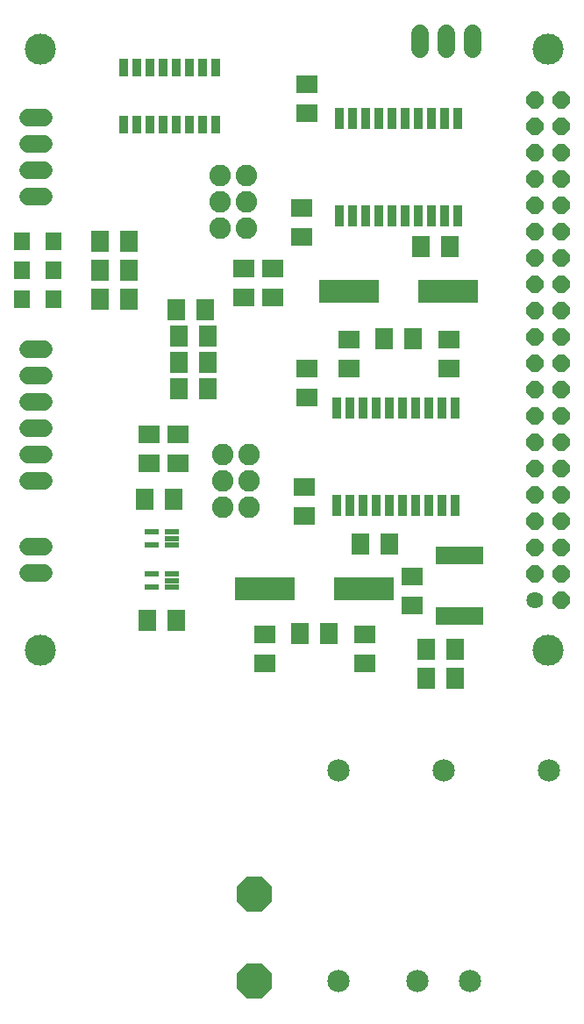
<source format=gbr>
G04 EAGLE Gerber RS-274X export*
G75*
%MOMM*%
%FSLAX34Y34*%
%LPD*%
%INSoldermask Top*%
%IPPOS*%
%AMOC8*
5,1,8,0,0,1.08239X$1,22.5*%
G01*
%ADD10R,0.903200X2.128200*%
%ADD11R,0.653200X1.678200*%
%ADD12C,1.625600*%
%ADD13P,1.759533X8X112.500000*%
%ADD14R,0.853200X1.778200*%
%ADD15R,1.403200X0.603200*%
%ADD16C,3.003200*%
%ADD17R,5.803200X2.303200*%
%ADD18C,2.082800*%
%ADD19R,2.003200X1.803200*%
%ADD20R,1.803200X2.003200*%
%ADD21C,1.727200*%
%ADD22R,2.006200X1.803200*%
%ADD23R,1.803200X2.006200*%
%ADD24C,2.153200*%
%ADD25P,3.656530X8X22.500000*%
%ADD26R,1.603200X1.803200*%


D10*
X468630Y829180D03*
X481330Y829180D03*
X494030Y829180D03*
X506730Y829180D03*
X519430Y829180D03*
X532130Y829180D03*
X544830Y829180D03*
X557530Y829180D03*
X570230Y829180D03*
X582930Y829180D03*
X582930Y923420D03*
X570230Y923420D03*
X557530Y923420D03*
X544830Y923420D03*
X532130Y923420D03*
X519430Y923420D03*
X506730Y923420D03*
X494030Y923420D03*
X481330Y923420D03*
X468630Y923420D03*
X466090Y549780D03*
X478790Y549780D03*
X491490Y549780D03*
X504190Y549780D03*
X516890Y549780D03*
X529590Y549780D03*
X542290Y549780D03*
X554990Y549780D03*
X567690Y549780D03*
X580390Y549780D03*
X580390Y644020D03*
X567690Y644020D03*
X554990Y644020D03*
X542290Y644020D03*
X529590Y644020D03*
X516890Y644020D03*
X504190Y644020D03*
X491490Y644020D03*
X478790Y644020D03*
X466090Y644020D03*
D11*
X564700Y443060D03*
X571200Y443060D03*
X577700Y443060D03*
X584200Y443060D03*
X590700Y443060D03*
X597200Y443060D03*
X603700Y443060D03*
X603700Y501820D03*
X597200Y501820D03*
X590700Y501820D03*
X584200Y501820D03*
X577700Y501820D03*
X571200Y501820D03*
X564700Y501820D03*
D12*
X657300Y458700D03*
D13*
X682700Y458700D03*
X657300Y484100D03*
X682700Y484100D03*
X657300Y509500D03*
X682700Y509500D03*
X657300Y534900D03*
X682700Y534900D03*
X657300Y560300D03*
X682700Y560300D03*
X657300Y585700D03*
X682700Y585700D03*
X657300Y611100D03*
X682700Y611100D03*
X657300Y636500D03*
X682700Y636500D03*
X657300Y661900D03*
X682700Y661900D03*
X657300Y687300D03*
X682700Y687300D03*
X657300Y712700D03*
X682700Y712700D03*
X657300Y738100D03*
X682700Y738100D03*
X657300Y763500D03*
X682700Y763500D03*
X657300Y788900D03*
X682700Y788900D03*
X657300Y814300D03*
X682700Y814300D03*
X657300Y839700D03*
X682700Y839700D03*
X657300Y865100D03*
X682700Y865100D03*
X657300Y890500D03*
X682700Y890500D03*
X657300Y915900D03*
X682700Y915900D03*
X657300Y941300D03*
X682700Y941300D03*
D14*
X349250Y972260D03*
X336550Y972260D03*
X323850Y972260D03*
X311150Y972260D03*
X298450Y972260D03*
X285750Y972260D03*
X273050Y972260D03*
X260350Y972260D03*
X260350Y917500D03*
X273050Y917500D03*
X285750Y917500D03*
X298450Y917500D03*
X311150Y917500D03*
X323850Y917500D03*
X336550Y917500D03*
X349250Y917500D03*
D15*
X306680Y511660D03*
X306680Y518160D03*
X306680Y524660D03*
X287680Y524660D03*
X287680Y511660D03*
D16*
X180000Y410000D03*
X670000Y410000D03*
X180000Y990000D03*
X670000Y990000D03*
D17*
X478280Y756920D03*
X573280Y756920D03*
X397000Y469900D03*
X492000Y469900D03*
D18*
X353060Y868680D03*
X378460Y868680D03*
X353060Y843280D03*
X378460Y843280D03*
X353060Y817880D03*
X378460Y817880D03*
X355600Y599440D03*
X381000Y599440D03*
X355600Y574040D03*
X381000Y574040D03*
X355600Y548640D03*
X381000Y548640D03*
D19*
X436880Y928340D03*
X436880Y956340D03*
X538480Y481360D03*
X538480Y453360D03*
X477520Y709960D03*
X477520Y681960D03*
X574040Y709960D03*
X574040Y681960D03*
X396240Y425480D03*
X396240Y397480D03*
X492760Y425480D03*
X492760Y397480D03*
D20*
X283180Y439420D03*
X311180Y439420D03*
D19*
X436880Y654020D03*
X436880Y682020D03*
D21*
X182880Y701040D02*
X167640Y701040D01*
X167640Y675640D02*
X182880Y675640D01*
X182880Y650240D02*
X167640Y650240D01*
X167640Y624840D02*
X182880Y624840D01*
X182880Y599440D02*
X167640Y599440D01*
X167640Y574040D02*
X182880Y574040D01*
X546100Y990600D02*
X546100Y1005840D01*
X571500Y1005840D02*
X571500Y990600D01*
X596900Y990600D02*
X596900Y1005840D01*
X182880Y924560D02*
X167640Y924560D01*
X167640Y899160D02*
X182880Y899160D01*
X182880Y873760D02*
X167640Y873760D01*
X167640Y848360D02*
X182880Y848360D01*
X182880Y485140D02*
X167640Y485140D01*
X167640Y510540D02*
X182880Y510540D01*
D15*
X306680Y471020D03*
X306680Y477520D03*
X306680Y484020D03*
X287680Y484020D03*
X287680Y471020D03*
D20*
X280640Y556260D03*
X308640Y556260D03*
D22*
X312420Y618740D03*
X312420Y590300D03*
X284480Y618740D03*
X284480Y590300D03*
X375920Y750320D03*
X375920Y778760D03*
X403860Y750320D03*
X403860Y778760D03*
D23*
X313440Y662940D03*
X341880Y662940D03*
X313440Y688340D03*
X341880Y688340D03*
X313440Y713740D03*
X341880Y713740D03*
X310900Y739140D03*
X339340Y739140D03*
D24*
X594360Y91440D03*
X543560Y91440D03*
X670560Y294640D03*
X568960Y294640D03*
X467360Y294640D03*
X467360Y91440D03*
D25*
X386080Y175260D03*
X386080Y91440D03*
D26*
X192340Y805180D03*
X162340Y805180D03*
D22*
X431800Y837180D03*
X431800Y808740D03*
X434340Y567940D03*
X434340Y539500D03*
D23*
X237240Y805180D03*
X265680Y805180D03*
D26*
X192340Y777240D03*
X162340Y777240D03*
D23*
X237240Y777240D03*
X265680Y777240D03*
D26*
X192340Y749300D03*
X162340Y749300D03*
D23*
X237240Y749300D03*
X265680Y749300D03*
X511560Y711200D03*
X540000Y711200D03*
X575560Y800100D03*
X547120Y800100D03*
X430280Y426720D03*
X458720Y426720D03*
X488700Y513080D03*
X517140Y513080D03*
D20*
X580420Y411480D03*
X552420Y411480D03*
D23*
X580640Y383540D03*
X552200Y383540D03*
M02*

</source>
